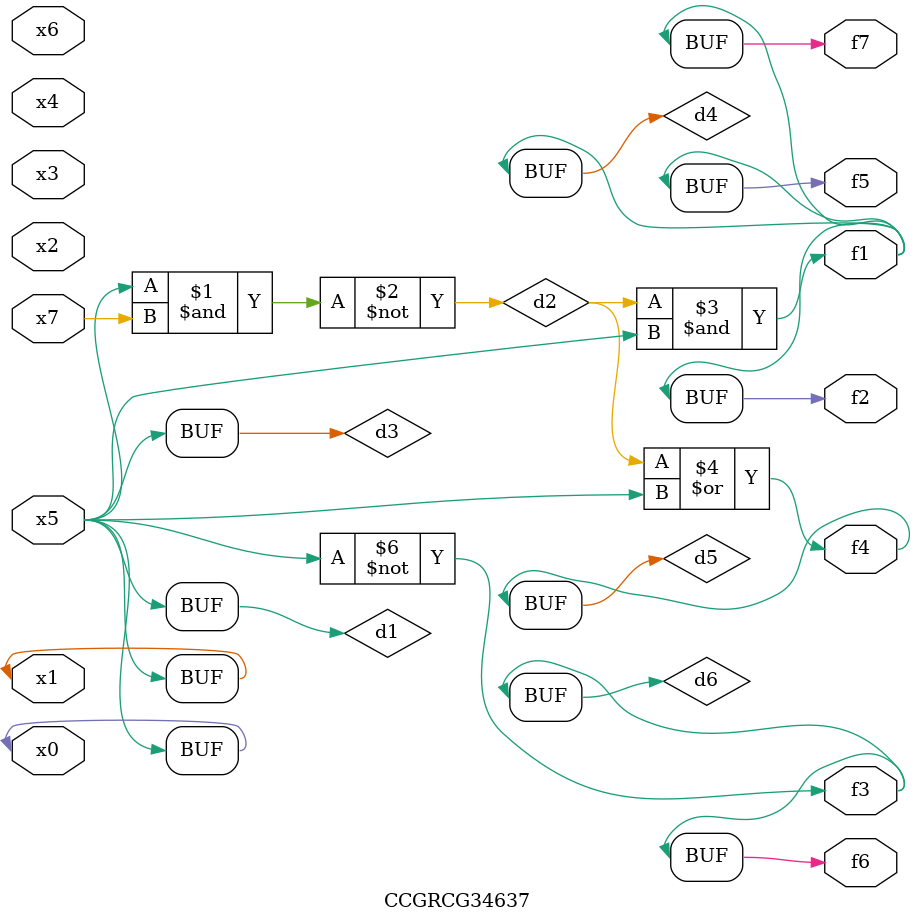
<source format=v>
module CCGRCG34637(
	input x0, x1, x2, x3, x4, x5, x6, x7,
	output f1, f2, f3, f4, f5, f6, f7
);

	wire d1, d2, d3, d4, d5, d6;

	buf (d1, x0, x5);
	nand (d2, x5, x7);
	buf (d3, x0, x1);
	and (d4, d2, d3);
	or (d5, d2, d3);
	nor (d6, d1, d3);
	assign f1 = d4;
	assign f2 = d4;
	assign f3 = d6;
	assign f4 = d5;
	assign f5 = d4;
	assign f6 = d6;
	assign f7 = d4;
endmodule

</source>
